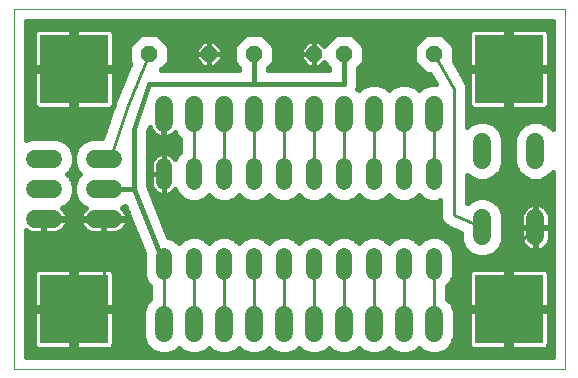
<source format=gtl>
G75*
%MOIN*%
%OFA0B0*%
%FSLAX24Y24*%
%IPPOS*%
%LPD*%
%AMOC8*
5,1,8,0,0,1.08239X$1,22.5*
%
%ADD10C,0.0000*%
%ADD11OC8,0.0520*%
%ADD12R,0.2300X0.2300*%
%ADD13C,0.0600*%
%ADD14C,0.0520*%
%ADD15C,0.0100*%
%ADD16C,0.0160*%
D10*
X000180Y000180D02*
X000180Y012176D01*
X018550Y012176D01*
X018550Y000180D01*
X000180Y000180D01*
D11*
X004680Y010680D03*
X006680Y010680D03*
X008180Y010680D03*
X010180Y010680D03*
X011180Y010680D03*
X014180Y010680D03*
D12*
X016680Y010180D03*
X016680Y002180D03*
X002180Y002180D03*
X002180Y010180D03*
D13*
X005180Y008980D02*
X005180Y008380D01*
X006180Y008380D02*
X006180Y008980D01*
X007180Y008980D02*
X007180Y008380D01*
X008180Y008380D02*
X008180Y008980D01*
X009180Y008980D02*
X009180Y008380D01*
X010180Y008380D02*
X010180Y008980D01*
X011180Y008980D02*
X011180Y008380D01*
X012180Y008380D02*
X012180Y008980D01*
X013180Y008980D02*
X013180Y008380D01*
X014180Y008380D02*
X014180Y008980D01*
X015790Y007760D02*
X015790Y007160D01*
X017570Y007160D02*
X017570Y007760D01*
X017570Y005200D02*
X017570Y004600D01*
X015790Y004600D02*
X015790Y005200D01*
X014180Y001980D02*
X014180Y001380D01*
X013180Y001380D02*
X013180Y001980D01*
X012180Y001980D02*
X012180Y001380D01*
X011180Y001380D02*
X011180Y001980D01*
X010180Y001980D02*
X010180Y001380D01*
X009180Y001380D02*
X009180Y001980D01*
X008180Y001980D02*
X008180Y001380D01*
X007180Y001380D02*
X007180Y001980D01*
X006180Y001980D02*
X006180Y001380D01*
X005180Y001380D02*
X005180Y001980D01*
X003480Y005180D02*
X002880Y005180D01*
X001480Y005180D02*
X000880Y005180D01*
X000880Y006180D02*
X001480Y006180D01*
X001480Y007180D02*
X000880Y007180D01*
X002880Y007180D02*
X003480Y007180D01*
X003480Y006180D02*
X002880Y006180D01*
D14*
X005178Y006420D02*
X005178Y006940D01*
X006178Y006940D02*
X006178Y006420D01*
X007178Y006420D02*
X007178Y006940D01*
X008178Y006940D02*
X008178Y006420D01*
X009178Y006420D02*
X009178Y006940D01*
X010178Y006940D02*
X010178Y006420D01*
X011178Y006420D02*
X011178Y006940D01*
X012178Y006940D02*
X012178Y006420D01*
X013178Y006420D02*
X013178Y006940D01*
X014178Y006940D02*
X014178Y006420D01*
X014178Y003940D02*
X014178Y003420D01*
X013178Y003420D02*
X013178Y003940D01*
X012178Y003940D02*
X012178Y003420D01*
X011178Y003420D02*
X011178Y003940D01*
X010178Y003940D02*
X010178Y003420D01*
X009178Y003420D02*
X009178Y003940D01*
X008178Y003940D02*
X008178Y003420D01*
X007178Y003420D02*
X007178Y003940D01*
X006178Y003940D02*
X006178Y003420D01*
X005178Y003420D02*
X005178Y003940D01*
D15*
X005225Y003700D02*
X005178Y003680D01*
X005175Y003675D01*
X005175Y001700D01*
X005180Y001680D01*
X006175Y001700D02*
X006180Y001680D01*
X006175Y001700D02*
X006175Y003675D01*
X006178Y003680D01*
X007175Y003675D02*
X007178Y003680D01*
X007175Y003675D02*
X007175Y001700D01*
X007180Y001680D01*
X008175Y001700D02*
X008180Y001680D01*
X008175Y001700D02*
X008175Y003675D01*
X008178Y003680D01*
X009175Y003675D02*
X009178Y003680D01*
X009175Y003675D02*
X009175Y001700D01*
X009180Y001680D01*
X010175Y001700D02*
X010180Y001680D01*
X010175Y001700D02*
X010175Y003675D01*
X010178Y003680D01*
X011175Y003675D02*
X011178Y003680D01*
X011175Y003675D02*
X011175Y001700D01*
X011180Y001680D01*
X012175Y001700D02*
X012180Y001680D01*
X012175Y001700D02*
X012175Y003675D01*
X012178Y003680D01*
X013175Y003675D02*
X013178Y003680D01*
X013175Y003675D02*
X013175Y001700D01*
X013180Y001680D01*
X014175Y001700D02*
X014180Y001680D01*
X014175Y001700D02*
X014175Y003675D01*
X014178Y003680D01*
X014850Y005325D02*
X015775Y004900D01*
X015790Y004900D01*
X014850Y005325D02*
X014850Y009525D01*
X014200Y010675D01*
X014180Y010680D01*
X016680Y010180D02*
X016700Y010175D01*
X016700Y004100D01*
X016725Y004075D01*
X017550Y004900D01*
X017570Y004900D01*
X016725Y004075D02*
X016700Y004050D01*
X016700Y002200D01*
X016680Y002180D01*
X014178Y006680D02*
X014175Y006700D01*
X014175Y008675D01*
X014180Y008680D01*
X013180Y008680D02*
X013175Y008675D01*
X013175Y006700D01*
X013178Y006680D01*
X012178Y006680D02*
X012175Y006700D01*
X012175Y008675D01*
X012180Y008680D01*
X011180Y008680D02*
X011175Y008675D01*
X011175Y006700D01*
X011178Y006680D01*
X010178Y006680D02*
X010175Y006700D01*
X010175Y008675D01*
X010180Y008680D01*
X009180Y008680D02*
X009175Y008675D01*
X009175Y006700D01*
X009178Y006680D01*
X008178Y006680D02*
X008175Y006700D01*
X008175Y008675D01*
X008180Y008680D01*
X007180Y008680D02*
X007175Y008675D01*
X007175Y006700D01*
X007178Y006680D01*
X006178Y006680D02*
X006175Y006700D01*
X006175Y008675D01*
X006180Y008680D01*
X005180Y008680D02*
X005175Y008675D01*
X005175Y006700D01*
X005178Y006680D01*
X003475Y007475D02*
X003180Y007180D01*
X003475Y007475D02*
X003975Y008975D01*
X004680Y010680D01*
X003180Y005180D02*
X003175Y005175D01*
X003175Y003175D01*
X002180Y002180D01*
D16*
X002260Y002241D02*
X004530Y002241D01*
X004480Y002119D02*
X004480Y001241D01*
X004587Y000983D01*
X004783Y000787D01*
X005041Y000680D01*
X005319Y000680D01*
X005577Y000787D01*
X005680Y000890D01*
X005783Y000787D01*
X006041Y000680D01*
X006319Y000680D01*
X006577Y000787D01*
X006680Y000890D01*
X006783Y000787D01*
X007041Y000680D01*
X007319Y000680D01*
X007577Y000787D01*
X007680Y000890D01*
X007783Y000787D01*
X008041Y000680D01*
X008319Y000680D01*
X008577Y000787D01*
X008680Y000890D01*
X008783Y000787D01*
X009041Y000680D01*
X009319Y000680D01*
X009577Y000787D01*
X009680Y000890D01*
X009783Y000787D01*
X010041Y000680D01*
X010319Y000680D01*
X010577Y000787D01*
X010680Y000890D01*
X010783Y000787D01*
X011041Y000680D01*
X011319Y000680D01*
X011577Y000787D01*
X011680Y000890D01*
X011783Y000787D01*
X012041Y000680D01*
X012319Y000680D01*
X012577Y000787D01*
X012680Y000890D01*
X012783Y000787D01*
X013041Y000680D01*
X013319Y000680D01*
X013577Y000787D01*
X013680Y000890D01*
X013783Y000787D01*
X014041Y000680D01*
X014319Y000680D01*
X014577Y000787D01*
X014773Y000983D01*
X014880Y001241D01*
X014880Y002119D01*
X014773Y002377D01*
X014625Y002525D01*
X014625Y002934D01*
X014738Y003046D01*
X014838Y003289D01*
X014838Y004071D01*
X014738Y004314D01*
X014552Y004500D01*
X014309Y004600D01*
X014047Y004600D01*
X013804Y004500D01*
X013678Y004373D01*
X013552Y004500D01*
X013309Y004600D01*
X013047Y004600D01*
X012804Y004500D01*
X012678Y004373D01*
X012552Y004500D01*
X012309Y004600D01*
X012047Y004600D01*
X011804Y004500D01*
X011678Y004373D01*
X011552Y004500D01*
X011309Y004600D01*
X011047Y004600D01*
X010804Y004500D01*
X010678Y004373D01*
X010552Y004500D01*
X010309Y004600D01*
X010047Y004600D01*
X009804Y004500D01*
X009678Y004373D01*
X009552Y004500D01*
X009309Y004600D01*
X009047Y004600D01*
X008804Y004500D01*
X008678Y004373D01*
X008552Y004500D01*
X008309Y004600D01*
X008047Y004600D01*
X007804Y004500D01*
X007678Y004373D01*
X007552Y004500D01*
X007309Y004600D01*
X007047Y004600D01*
X006804Y004500D01*
X006678Y004373D01*
X006552Y004500D01*
X006309Y004600D01*
X006047Y004600D01*
X005804Y004500D01*
X005678Y004373D01*
X005552Y004500D01*
X005333Y004590D01*
X004660Y006272D01*
X004660Y008102D01*
X004713Y008263D01*
X004735Y008196D01*
X004769Y008128D01*
X004814Y008067D01*
X004867Y008014D01*
X004928Y007969D01*
X004996Y007935D01*
X005068Y007912D01*
X005142Y007900D01*
X005160Y007900D01*
X005160Y008660D01*
X005200Y008660D01*
X005200Y007900D01*
X005218Y007900D01*
X005292Y007912D01*
X005364Y007935D01*
X005432Y007969D01*
X005493Y008014D01*
X005546Y008067D01*
X005550Y008072D01*
X005587Y007983D01*
X005725Y007845D01*
X005725Y007420D01*
X005619Y007314D01*
X005557Y007165D01*
X005554Y007171D01*
X005514Y007227D01*
X005465Y007276D01*
X005409Y007316D01*
X005347Y007348D01*
X005281Y007369D01*
X005213Y007380D01*
X005178Y007380D01*
X005143Y007380D01*
X005075Y007369D01*
X005009Y007348D01*
X004947Y007316D01*
X004891Y007276D01*
X004842Y007227D01*
X004802Y007171D01*
X004770Y007109D01*
X004749Y007043D01*
X004738Y006975D01*
X004738Y006680D01*
X004738Y006385D01*
X004749Y006317D01*
X004770Y006251D01*
X004802Y006189D01*
X004842Y006133D01*
X004891Y006084D01*
X004947Y006044D01*
X005009Y006012D01*
X005075Y005991D01*
X005143Y005980D01*
X005178Y005980D01*
X005178Y006680D01*
X005178Y006680D01*
X004738Y006680D01*
X005178Y006680D01*
X005178Y006680D01*
X005178Y007380D01*
X005178Y006680D01*
X005178Y006680D01*
X005178Y005980D01*
X005213Y005980D01*
X005281Y005991D01*
X005347Y006012D01*
X005409Y006044D01*
X005465Y006084D01*
X005514Y006133D01*
X005554Y006189D01*
X005557Y006195D01*
X005619Y006046D01*
X005804Y005860D01*
X006047Y005760D01*
X006309Y005760D01*
X006552Y005860D01*
X006678Y005987D01*
X006804Y005860D01*
X007047Y005760D01*
X007309Y005760D01*
X007552Y005860D01*
X007678Y005987D01*
X007804Y005860D01*
X008047Y005760D01*
X008309Y005760D01*
X008552Y005860D01*
X008678Y005987D01*
X008804Y005860D01*
X009047Y005760D01*
X009309Y005760D01*
X009552Y005860D01*
X009678Y005987D01*
X009804Y005860D01*
X010047Y005760D01*
X010309Y005760D01*
X010552Y005860D01*
X010678Y005987D01*
X010804Y005860D01*
X011047Y005760D01*
X011309Y005760D01*
X011552Y005860D01*
X011678Y005987D01*
X011804Y005860D01*
X012047Y005760D01*
X012309Y005760D01*
X012552Y005860D01*
X012678Y005987D01*
X012804Y005860D01*
X013047Y005760D01*
X013309Y005760D01*
X013552Y005860D01*
X013678Y005987D01*
X013804Y005860D01*
X014047Y005760D01*
X014309Y005760D01*
X014400Y005798D01*
X014400Y005334D01*
X014397Y005253D01*
X014400Y005244D01*
X014400Y005235D01*
X014431Y005161D01*
X014459Y005085D01*
X014465Y005078D01*
X014469Y005070D01*
X014526Y005013D01*
X014581Y004953D01*
X014589Y004950D01*
X014595Y004944D01*
X014670Y004913D01*
X015090Y004720D01*
X015090Y004461D01*
X015197Y004203D01*
X015393Y004007D01*
X015651Y003900D01*
X015929Y003900D01*
X016187Y004007D01*
X016383Y004203D01*
X016490Y004461D01*
X016490Y005339D01*
X016383Y005597D01*
X016187Y005793D01*
X015929Y005900D01*
X015651Y005900D01*
X015393Y005793D01*
X015300Y005700D01*
X015300Y006660D01*
X015393Y006567D01*
X015651Y006460D01*
X015929Y006460D01*
X016187Y006567D01*
X016383Y006763D01*
X016490Y007021D01*
X016490Y007899D01*
X016383Y008157D01*
X016187Y008353D01*
X015929Y008460D01*
X015651Y008460D01*
X015393Y008353D01*
X015300Y008260D01*
X015300Y009464D01*
X015308Y009491D01*
X015300Y009552D01*
X015300Y009615D01*
X015289Y009641D01*
X015286Y009669D01*
X015255Y009723D01*
X015231Y009780D01*
X015212Y009800D01*
X014840Y010457D01*
X014840Y010953D01*
X014453Y011340D01*
X013907Y011340D01*
X013520Y010953D01*
X013520Y010407D01*
X013907Y010020D01*
X014053Y010020D01*
X014245Y009680D01*
X014041Y009680D01*
X013783Y009573D01*
X013680Y009470D01*
X013577Y009573D01*
X013319Y009680D01*
X013041Y009680D01*
X012783Y009573D01*
X012680Y009470D01*
X012577Y009573D01*
X012319Y009680D01*
X012041Y009680D01*
X011783Y009573D01*
X011680Y009470D01*
X011632Y009518D01*
X011660Y009585D01*
X011660Y010227D01*
X011840Y010407D01*
X011840Y010953D01*
X011453Y011340D01*
X010907Y011340D01*
X010524Y010958D01*
X010525Y010958D01*
X010524Y010958D02*
X010362Y011120D01*
X010180Y011120D01*
X010180Y010680D01*
X010180Y010680D01*
X010180Y010240D01*
X010362Y010240D01*
X010524Y010402D01*
X010700Y010227D01*
X010700Y010160D01*
X008660Y010160D01*
X008660Y010227D01*
X008840Y010407D01*
X008840Y010953D01*
X008453Y011340D01*
X007907Y011340D01*
X007520Y010953D01*
X007520Y010407D01*
X007700Y010227D01*
X007700Y010160D01*
X005093Y010160D01*
X005340Y010407D01*
X005340Y010953D01*
X004953Y011340D01*
X004407Y011340D01*
X004020Y010953D01*
X004020Y010407D01*
X004062Y010364D01*
X003587Y009215D01*
X003576Y009202D01*
X003553Y009132D01*
X003525Y009064D01*
X003525Y009048D01*
X003506Y008990D01*
X003510Y009006D01*
X003510Y010100D01*
X002260Y010100D01*
X002260Y010260D01*
X002100Y010260D01*
X002100Y011510D01*
X001006Y011510D01*
X000961Y011498D01*
X000919Y011474D01*
X000886Y011441D01*
X000862Y011399D01*
X000850Y011354D01*
X000850Y010260D01*
X002100Y010260D01*
X002100Y010100D01*
X002260Y010100D01*
X002260Y008850D01*
X003354Y008850D01*
X003399Y008862D01*
X003441Y008886D01*
X003474Y008919D01*
X003493Y008953D01*
X003136Y007880D01*
X002741Y007880D01*
X002483Y007773D01*
X002287Y007577D01*
X002180Y007319D01*
X002180Y007041D01*
X002287Y006783D01*
X002390Y006680D01*
X002287Y006577D01*
X002180Y006319D01*
X002180Y006041D01*
X002287Y005783D01*
X002483Y005587D01*
X002572Y005550D01*
X002567Y005546D01*
X002514Y005493D01*
X002469Y005432D01*
X002435Y005364D01*
X002412Y005292D01*
X002400Y005218D01*
X002400Y005200D01*
X003160Y005200D01*
X003160Y005160D01*
X003200Y005160D01*
X003200Y005200D01*
X003960Y005200D01*
X003960Y005218D01*
X003948Y005292D01*
X003925Y005364D01*
X003891Y005432D01*
X003846Y005493D01*
X003793Y005546D01*
X003788Y005550D01*
X003877Y005587D01*
X003894Y005604D01*
X004518Y004042D01*
X004518Y003289D01*
X004619Y003046D01*
X004725Y002940D01*
X004725Y002515D01*
X004587Y002377D01*
X004480Y002119D01*
X004480Y002082D02*
X003510Y002082D01*
X003510Y002100D02*
X002260Y002100D01*
X002260Y002260D01*
X003510Y002260D01*
X003510Y003354D01*
X003498Y003399D01*
X003474Y003441D01*
X003441Y003474D01*
X003399Y003498D01*
X003354Y003510D01*
X002260Y003510D01*
X002260Y002260D01*
X002100Y002260D01*
X002100Y003510D01*
X001006Y003510D01*
X000961Y003498D01*
X000919Y003474D01*
X000886Y003441D01*
X000862Y003399D01*
X000850Y003354D01*
X000850Y002260D01*
X002100Y002260D01*
X002100Y002100D01*
X002260Y002100D01*
X002260Y000850D01*
X003354Y000850D01*
X003399Y000862D01*
X003441Y000886D01*
X003474Y000919D01*
X003498Y000961D01*
X003510Y001006D01*
X003510Y002100D01*
X003510Y001924D02*
X004480Y001924D01*
X004480Y001765D02*
X003510Y001765D01*
X003510Y001607D02*
X004480Y001607D01*
X004480Y001448D02*
X003510Y001448D01*
X003510Y001290D02*
X004480Y001290D01*
X004525Y001131D02*
X003510Y001131D01*
X003501Y000973D02*
X004598Y000973D01*
X004756Y000814D02*
X000580Y000814D01*
X000580Y000656D02*
X018150Y000656D01*
X018150Y000580D02*
X000580Y000580D01*
X000580Y004805D01*
X000628Y004769D01*
X000696Y004735D01*
X000768Y004712D01*
X000842Y004700D01*
X001160Y004700D01*
X001160Y005160D01*
X001200Y005160D01*
X001200Y005200D01*
X001960Y005200D01*
X001960Y005218D01*
X001948Y005292D01*
X001925Y005364D01*
X001891Y005432D01*
X001846Y005493D01*
X001793Y005546D01*
X001788Y005550D01*
X001877Y005587D01*
X002073Y005783D01*
X002180Y006041D01*
X002180Y006319D01*
X002073Y006577D01*
X001970Y006680D01*
X002073Y006783D01*
X002180Y007041D01*
X002180Y007319D01*
X002073Y007577D01*
X001877Y007773D01*
X001619Y007880D01*
X000741Y007880D01*
X000580Y007813D01*
X000580Y011776D01*
X018150Y011776D01*
X018150Y008170D01*
X017967Y008353D01*
X017709Y008460D01*
X017431Y008460D01*
X017173Y008353D01*
X016977Y008157D01*
X016870Y007899D01*
X016870Y007021D01*
X016977Y006763D01*
X017173Y006567D01*
X017431Y006460D01*
X017709Y006460D01*
X017967Y006567D01*
X018150Y006750D01*
X018150Y000580D01*
X018150Y000814D02*
X014604Y000814D01*
X014762Y000973D02*
X015359Y000973D01*
X015362Y000961D02*
X015386Y000919D01*
X015419Y000886D01*
X015461Y000862D01*
X015506Y000850D01*
X016600Y000850D01*
X016600Y002100D01*
X016760Y002100D01*
X016760Y002260D01*
X018010Y002260D01*
X018010Y003354D01*
X017998Y003399D01*
X017974Y003441D01*
X017941Y003474D01*
X017899Y003498D01*
X017854Y003510D01*
X016760Y003510D01*
X016760Y002260D01*
X016600Y002260D01*
X016600Y003510D01*
X015506Y003510D01*
X015461Y003498D01*
X015419Y003474D01*
X015386Y003441D01*
X015362Y003399D01*
X015350Y003354D01*
X015350Y002260D01*
X016600Y002260D01*
X016600Y002100D01*
X015350Y002100D01*
X015350Y001006D01*
X015362Y000961D01*
X015350Y001131D02*
X014835Y001131D01*
X014880Y001290D02*
X015350Y001290D01*
X015350Y001448D02*
X014880Y001448D01*
X014880Y001607D02*
X015350Y001607D01*
X015350Y001765D02*
X014880Y001765D01*
X014880Y001924D02*
X015350Y001924D01*
X015350Y002082D02*
X014880Y002082D01*
X014830Y002241D02*
X016600Y002241D01*
X016600Y002399D02*
X016760Y002399D01*
X016760Y002241D02*
X018150Y002241D01*
X018150Y002399D02*
X018010Y002399D01*
X018010Y002558D02*
X018150Y002558D01*
X018150Y002716D02*
X018010Y002716D01*
X018010Y002875D02*
X018150Y002875D01*
X018150Y003033D02*
X018010Y003033D01*
X018010Y003192D02*
X018150Y003192D01*
X018150Y003350D02*
X018010Y003350D01*
X018150Y003509D02*
X017859Y003509D01*
X018150Y003667D02*
X014838Y003667D01*
X014838Y003509D02*
X015501Y003509D01*
X015350Y003350D02*
X014838Y003350D01*
X014798Y003192D02*
X015350Y003192D01*
X015350Y003033D02*
X014724Y003033D01*
X014625Y002875D02*
X015350Y002875D01*
X015350Y002716D02*
X014625Y002716D01*
X014625Y002558D02*
X015350Y002558D01*
X015350Y002399D02*
X014751Y002399D01*
X016600Y002558D02*
X016760Y002558D01*
X016760Y002716D02*
X016600Y002716D01*
X016600Y002875D02*
X016760Y002875D01*
X016760Y003033D02*
X016600Y003033D01*
X016600Y003192D02*
X016760Y003192D01*
X016760Y003350D02*
X016600Y003350D01*
X016600Y003509D02*
X016760Y003509D01*
X016132Y003984D02*
X018150Y003984D01*
X018150Y004143D02*
X017715Y004143D01*
X017682Y004132D02*
X017754Y004155D01*
X017822Y004189D01*
X017883Y004234D01*
X017936Y004287D01*
X017981Y004348D01*
X018015Y004416D01*
X018038Y004488D01*
X018050Y004562D01*
X018050Y004880D01*
X017590Y004880D01*
X017590Y004920D01*
X018050Y004920D01*
X018050Y005238D01*
X018038Y005312D01*
X018015Y005384D01*
X017981Y005452D01*
X017936Y005513D01*
X017883Y005566D01*
X017822Y005611D01*
X017754Y005645D01*
X017682Y005668D01*
X017608Y005680D01*
X017590Y005680D01*
X017590Y004920D01*
X017550Y004920D01*
X017550Y005680D01*
X017532Y005680D01*
X017458Y005668D01*
X017386Y005645D01*
X017318Y005611D01*
X017257Y005566D01*
X017204Y005513D01*
X017159Y005452D01*
X017125Y005384D01*
X017102Y005312D01*
X017090Y005238D01*
X017090Y004920D01*
X017550Y004920D01*
X017550Y004880D01*
X017590Y004880D01*
X017590Y004120D01*
X017608Y004120D01*
X017682Y004132D01*
X017590Y004143D02*
X017550Y004143D01*
X017550Y004120D02*
X017550Y004880D01*
X017090Y004880D01*
X017090Y004562D01*
X017102Y004488D01*
X017125Y004416D01*
X017159Y004348D01*
X017204Y004287D01*
X017257Y004234D01*
X017318Y004189D01*
X017386Y004155D01*
X017458Y004132D01*
X017532Y004120D01*
X017550Y004120D01*
X017425Y004143D02*
X016322Y004143D01*
X016424Y004301D02*
X017194Y004301D01*
X017111Y004460D02*
X016489Y004460D01*
X016490Y004618D02*
X017090Y004618D01*
X017090Y004777D02*
X016490Y004777D01*
X016490Y004935D02*
X017090Y004935D01*
X017090Y005094D02*
X016490Y005094D01*
X016490Y005252D02*
X017092Y005252D01*
X017139Y005411D02*
X016460Y005411D01*
X016395Y005569D02*
X017261Y005569D01*
X017550Y005569D02*
X017590Y005569D01*
X017879Y005569D02*
X018150Y005569D01*
X018150Y005728D02*
X016252Y005728D01*
X015963Y005886D02*
X018150Y005886D01*
X018150Y006045D02*
X015300Y006045D01*
X015300Y005886D02*
X015617Y005886D01*
X015328Y005728D02*
X015300Y005728D01*
X015300Y006203D02*
X018150Y006203D01*
X018150Y006362D02*
X015300Y006362D01*
X015300Y006520D02*
X015506Y006520D01*
X016074Y006520D02*
X017286Y006520D01*
X017062Y006679D02*
X016298Y006679D01*
X016414Y006837D02*
X016946Y006837D01*
X016880Y006996D02*
X016480Y006996D01*
X016490Y007154D02*
X016870Y007154D01*
X016870Y007313D02*
X016490Y007313D01*
X016490Y007471D02*
X016870Y007471D01*
X016870Y007630D02*
X016490Y007630D01*
X016490Y007788D02*
X016870Y007788D01*
X016890Y007947D02*
X016470Y007947D01*
X016405Y008105D02*
X016955Y008105D01*
X017084Y008264D02*
X016276Y008264D01*
X016021Y008422D02*
X017339Y008422D01*
X017801Y008422D02*
X018150Y008422D01*
X018150Y008581D02*
X015300Y008581D01*
X015300Y008739D02*
X018150Y008739D01*
X018150Y008898D02*
X017952Y008898D01*
X017941Y008886D02*
X017974Y008919D01*
X017998Y008961D01*
X018010Y009006D01*
X018010Y010100D01*
X016760Y010100D01*
X016760Y010260D01*
X018010Y010260D01*
X018010Y011354D01*
X017998Y011399D01*
X017974Y011441D01*
X017941Y011474D01*
X017899Y011498D01*
X017854Y011510D01*
X016760Y011510D01*
X016760Y010260D01*
X016600Y010260D01*
X016600Y011510D01*
X015506Y011510D01*
X015461Y011498D01*
X015419Y011474D01*
X015386Y011441D01*
X015362Y011399D01*
X015350Y011354D01*
X015350Y010260D01*
X016600Y010260D01*
X016600Y010100D01*
X016760Y010100D01*
X016760Y008850D01*
X017854Y008850D01*
X017899Y008862D01*
X017941Y008886D01*
X018010Y009056D02*
X018150Y009056D01*
X018150Y009215D02*
X018010Y009215D01*
X018010Y009373D02*
X018150Y009373D01*
X018150Y009532D02*
X018010Y009532D01*
X018010Y009690D02*
X018150Y009690D01*
X018150Y009849D02*
X018010Y009849D01*
X018010Y010007D02*
X018150Y010007D01*
X018150Y010166D02*
X016760Y010166D01*
X016760Y010324D02*
X016600Y010324D01*
X016600Y010166D02*
X015005Y010166D01*
X014915Y010324D02*
X015350Y010324D01*
X015350Y010483D02*
X014840Y010483D01*
X014840Y010641D02*
X015350Y010641D01*
X015350Y010800D02*
X014840Y010800D01*
X014835Y010958D02*
X015350Y010958D01*
X015350Y011117D02*
X014677Y011117D01*
X014518Y011275D02*
X015350Y011275D01*
X015382Y011434D02*
X003478Y011434D01*
X003474Y011441D02*
X003441Y011474D01*
X003399Y011498D01*
X003354Y011510D01*
X002260Y011510D01*
X002260Y010260D01*
X003510Y010260D01*
X003510Y011354D01*
X003498Y011399D01*
X003474Y011441D01*
X003510Y011275D02*
X004342Y011275D01*
X004183Y011117D02*
X003510Y011117D01*
X003510Y010958D02*
X004025Y010958D01*
X004020Y010800D02*
X003510Y010800D01*
X003510Y010641D02*
X004020Y010641D01*
X004020Y010483D02*
X003510Y010483D01*
X003510Y010324D02*
X004046Y010324D01*
X003980Y010166D02*
X002260Y010166D01*
X002260Y010324D02*
X002100Y010324D01*
X002100Y010166D02*
X000580Y010166D01*
X000580Y010324D02*
X000850Y010324D01*
X000850Y010483D02*
X000580Y010483D01*
X000580Y010641D02*
X000850Y010641D01*
X000850Y010800D02*
X000580Y010800D01*
X000580Y010958D02*
X000850Y010958D01*
X000850Y011117D02*
X000580Y011117D01*
X000580Y011275D02*
X000850Y011275D01*
X000882Y011434D02*
X000580Y011434D01*
X000580Y011592D02*
X018150Y011592D01*
X018150Y011434D02*
X017978Y011434D01*
X018010Y011275D02*
X018150Y011275D01*
X018150Y011117D02*
X018010Y011117D01*
X018010Y010958D02*
X018150Y010958D01*
X018150Y010800D02*
X018010Y010800D01*
X018010Y010641D02*
X018150Y010641D01*
X018150Y010483D02*
X018010Y010483D01*
X018010Y010324D02*
X018150Y010324D01*
X016760Y010483D02*
X016600Y010483D01*
X016600Y010641D02*
X016760Y010641D01*
X016760Y010800D02*
X016600Y010800D01*
X016600Y010958D02*
X016760Y010958D01*
X016760Y011117D02*
X016600Y011117D01*
X016600Y011275D02*
X016760Y011275D01*
X016760Y011434D02*
X016600Y011434D01*
X018150Y011751D02*
X000580Y011751D01*
X002100Y011434D02*
X002260Y011434D01*
X002260Y011275D02*
X002100Y011275D01*
X002100Y011117D02*
X002260Y011117D01*
X002260Y010958D02*
X002100Y010958D01*
X002100Y010800D02*
X002260Y010800D01*
X002260Y010641D02*
X002100Y010641D01*
X002100Y010483D02*
X002260Y010483D01*
X002100Y010100D02*
X000850Y010100D01*
X000850Y009006D01*
X000862Y008961D01*
X000886Y008919D01*
X000919Y008886D01*
X000961Y008862D01*
X001006Y008850D01*
X002100Y008850D01*
X002100Y010100D01*
X002100Y010007D02*
X002260Y010007D01*
X002260Y009849D02*
X002100Y009849D01*
X002100Y009690D02*
X002260Y009690D01*
X002260Y009532D02*
X002100Y009532D01*
X002100Y009373D02*
X002260Y009373D01*
X002260Y009215D02*
X002100Y009215D01*
X002100Y009056D02*
X002260Y009056D01*
X002260Y008898D02*
X002100Y008898D01*
X003316Y008422D02*
X000580Y008422D01*
X000580Y008581D02*
X003369Y008581D01*
X003422Y008739D02*
X000580Y008739D01*
X000580Y008898D02*
X000908Y008898D01*
X000850Y009056D02*
X000580Y009056D01*
X000580Y009215D02*
X000850Y009215D01*
X000850Y009373D02*
X000580Y009373D01*
X000580Y009532D02*
X000850Y009532D01*
X000850Y009690D02*
X000580Y009690D01*
X000580Y009849D02*
X000850Y009849D01*
X000850Y010007D02*
X000580Y010007D01*
X000580Y008264D02*
X003263Y008264D01*
X003211Y008105D02*
X000580Y008105D01*
X000580Y007947D02*
X003158Y007947D01*
X002519Y007788D02*
X001841Y007788D01*
X002020Y007630D02*
X002340Y007630D01*
X002243Y007471D02*
X002117Y007471D01*
X002180Y007313D02*
X002180Y007313D01*
X002180Y007154D02*
X002180Y007154D01*
X002161Y006996D02*
X002199Y006996D01*
X002264Y006837D02*
X002096Y006837D01*
X001971Y006679D02*
X002389Y006679D01*
X002263Y006520D02*
X002097Y006520D01*
X002162Y006362D02*
X002198Y006362D01*
X002180Y006203D02*
X002180Y006203D01*
X002180Y006045D02*
X002180Y006045D01*
X002116Y005886D02*
X002244Y005886D01*
X002343Y005728D02*
X002017Y005728D01*
X001834Y005569D02*
X002526Y005569D01*
X002459Y005411D02*
X001901Y005411D01*
X001955Y005252D02*
X002405Y005252D01*
X002400Y005160D02*
X002400Y005142D01*
X002412Y005068D01*
X002435Y004996D01*
X002469Y004928D01*
X002514Y004867D01*
X002567Y004814D01*
X002628Y004769D01*
X002696Y004735D01*
X002768Y004712D01*
X002842Y004700D01*
X003160Y004700D01*
X003160Y005160D01*
X002400Y005160D01*
X002408Y005094D02*
X001952Y005094D01*
X001948Y005068D02*
X001960Y005142D01*
X001960Y005160D01*
X001200Y005160D01*
X001200Y004700D01*
X001518Y004700D01*
X001592Y004712D01*
X001664Y004735D01*
X001732Y004769D01*
X001793Y004814D01*
X001846Y004867D01*
X001891Y004928D01*
X001925Y004996D01*
X001948Y005068D01*
X001894Y004935D02*
X002466Y004935D01*
X002619Y004777D02*
X001741Y004777D01*
X001200Y004777D02*
X001160Y004777D01*
X001160Y004935D02*
X001200Y004935D01*
X001200Y005094D02*
X001160Y005094D01*
X000619Y004777D02*
X000580Y004777D01*
X000580Y004618D02*
X004288Y004618D01*
X004351Y004460D02*
X000580Y004460D01*
X000580Y004301D02*
X004415Y004301D01*
X004478Y004143D02*
X000580Y004143D01*
X000580Y003984D02*
X004518Y003984D01*
X004518Y003826D02*
X000580Y003826D01*
X000580Y003667D02*
X004518Y003667D01*
X004518Y003509D02*
X003359Y003509D01*
X003510Y003350D02*
X004518Y003350D01*
X004558Y003192D02*
X003510Y003192D01*
X003510Y003033D02*
X004632Y003033D01*
X004725Y002875D02*
X003510Y002875D01*
X003510Y002716D02*
X004725Y002716D01*
X004725Y002558D02*
X003510Y002558D01*
X003510Y002399D02*
X004609Y002399D01*
X005180Y003680D02*
X004180Y006180D01*
X004180Y008180D01*
X004680Y009680D01*
X008180Y009680D01*
X011180Y009680D01*
X011180Y010680D01*
X011840Y010641D02*
X013520Y010641D01*
X013520Y010800D02*
X011840Y010800D01*
X011835Y010958D02*
X013525Y010958D01*
X013683Y011117D02*
X011677Y011117D01*
X011518Y011275D02*
X013842Y011275D01*
X013520Y010483D02*
X011840Y010483D01*
X011757Y010324D02*
X013603Y010324D01*
X013761Y010166D02*
X011660Y010166D01*
X011660Y010007D02*
X014061Y010007D01*
X014150Y009849D02*
X011660Y009849D01*
X011660Y009690D02*
X014240Y009690D01*
X013742Y009532D02*
X013618Y009532D01*
X012742Y009532D02*
X012618Y009532D01*
X011742Y009532D02*
X011638Y009532D01*
X010700Y010166D02*
X008660Y010166D01*
X008757Y010324D02*
X009914Y010324D01*
X009998Y010240D02*
X009740Y010498D01*
X009740Y010680D01*
X010180Y010680D01*
X010180Y010680D01*
X010180Y010680D01*
X010180Y011120D01*
X009998Y011120D01*
X009740Y010862D01*
X009740Y010680D01*
X010180Y010680D01*
X010180Y010240D01*
X009998Y010240D01*
X010180Y010324D02*
X010180Y010324D01*
X010180Y010483D02*
X010180Y010483D01*
X010180Y010641D02*
X010180Y010641D01*
X010180Y010800D02*
X010180Y010800D01*
X010180Y010958D02*
X010180Y010958D01*
X010180Y011117D02*
X010180Y011117D01*
X010366Y011117D02*
X010683Y011117D01*
X010842Y011275D02*
X008518Y011275D01*
X008677Y011117D02*
X009994Y011117D01*
X009836Y010958D02*
X008835Y010958D01*
X008840Y010800D02*
X009740Y010800D01*
X009740Y010641D02*
X008840Y010641D01*
X008840Y010483D02*
X009755Y010483D01*
X010446Y010324D02*
X010603Y010324D01*
X008180Y010680D02*
X008180Y009680D01*
X007700Y010166D02*
X005099Y010166D01*
X005257Y010324D02*
X006414Y010324D01*
X006498Y010240D02*
X006240Y010498D01*
X006240Y010680D01*
X006680Y010680D01*
X007120Y010680D01*
X007120Y010862D01*
X006862Y011120D01*
X006680Y011120D01*
X006680Y010680D01*
X006680Y010680D01*
X006680Y010680D01*
X007120Y010680D01*
X007120Y010498D01*
X006862Y010240D01*
X006680Y010240D01*
X006680Y010680D01*
X006680Y010680D01*
X006680Y010680D01*
X006680Y011120D01*
X006498Y011120D01*
X006240Y010862D01*
X006240Y010680D01*
X006680Y010680D01*
X006680Y010240D01*
X006498Y010240D01*
X006680Y010324D02*
X006680Y010324D01*
X006680Y010483D02*
X006680Y010483D01*
X006946Y010324D02*
X007603Y010324D01*
X007520Y010483D02*
X007105Y010483D01*
X007120Y010641D02*
X007520Y010641D01*
X007520Y010800D02*
X007120Y010800D01*
X007024Y010958D02*
X007525Y010958D01*
X007683Y011117D02*
X006866Y011117D01*
X006680Y011117D02*
X006680Y011117D01*
X006680Y010958D02*
X006680Y010958D01*
X006680Y010800D02*
X006680Y010800D01*
X006680Y010641D02*
X006680Y010641D01*
X006240Y010641D02*
X005340Y010641D01*
X005340Y010800D02*
X006240Y010800D01*
X006336Y010958D02*
X005335Y010958D01*
X005177Y011117D02*
X006494Y011117D01*
X006255Y010483D02*
X005340Y010483D01*
X005018Y011275D02*
X007842Y011275D01*
X003915Y010007D02*
X003510Y010007D01*
X003510Y009849D02*
X003849Y009849D01*
X003784Y009690D02*
X003510Y009690D01*
X003510Y009532D02*
X003718Y009532D01*
X003653Y009373D02*
X003510Y009373D01*
X003510Y009215D02*
X003587Y009215D01*
X003525Y009056D02*
X003510Y009056D01*
X003475Y008898D02*
X003452Y008898D01*
X004661Y008105D02*
X004786Y008105D01*
X004660Y007947D02*
X004973Y007947D01*
X005160Y007947D02*
X005200Y007947D01*
X005200Y008105D02*
X005160Y008105D01*
X005160Y008264D02*
X005200Y008264D01*
X005200Y008422D02*
X005160Y008422D01*
X005160Y008581D02*
X005200Y008581D01*
X005387Y007947D02*
X005624Y007947D01*
X005725Y007788D02*
X004660Y007788D01*
X004660Y007630D02*
X005725Y007630D01*
X005725Y007471D02*
X004660Y007471D01*
X004660Y007313D02*
X004942Y007313D01*
X005178Y007313D02*
X005178Y007313D01*
X005414Y007313D02*
X005618Y007313D01*
X005178Y007154D02*
X005178Y007154D01*
X005178Y006996D02*
X005178Y006996D01*
X005178Y006837D02*
X005178Y006837D01*
X005178Y006679D02*
X005178Y006679D01*
X005178Y006520D02*
X005178Y006520D01*
X005178Y006362D02*
X005178Y006362D01*
X005178Y006203D02*
X005178Y006203D01*
X005178Y006045D02*
X005178Y006045D01*
X004946Y006045D02*
X004751Y006045D01*
X004815Y005886D02*
X005779Y005886D01*
X005620Y006045D02*
X005410Y006045D01*
X004878Y005728D02*
X014400Y005728D01*
X014400Y005569D02*
X004941Y005569D01*
X005005Y005411D02*
X014400Y005411D01*
X014397Y005252D02*
X005068Y005252D01*
X005132Y005094D02*
X014456Y005094D01*
X014616Y004935D02*
X005195Y004935D01*
X005258Y004777D02*
X014966Y004777D01*
X015090Y004618D02*
X005322Y004618D01*
X005592Y004460D02*
X005764Y004460D01*
X006592Y004460D02*
X006764Y004460D01*
X007592Y004460D02*
X007764Y004460D01*
X008592Y004460D02*
X008764Y004460D01*
X009592Y004460D02*
X009764Y004460D01*
X010592Y004460D02*
X010764Y004460D01*
X011592Y004460D02*
X011764Y004460D01*
X012592Y004460D02*
X012764Y004460D01*
X013592Y004460D02*
X013764Y004460D01*
X014592Y004460D02*
X015091Y004460D01*
X015156Y004301D02*
X014743Y004301D01*
X014809Y004143D02*
X015258Y004143D01*
X015448Y003984D02*
X014838Y003984D01*
X014838Y003826D02*
X018150Y003826D01*
X018150Y004301D02*
X017946Y004301D01*
X018029Y004460D02*
X018150Y004460D01*
X018150Y004618D02*
X018050Y004618D01*
X018050Y004777D02*
X018150Y004777D01*
X018150Y004935D02*
X018050Y004935D01*
X018050Y005094D02*
X018150Y005094D01*
X018150Y005252D02*
X018048Y005252D01*
X018001Y005411D02*
X018150Y005411D01*
X017590Y005411D02*
X017550Y005411D01*
X017550Y005252D02*
X017590Y005252D01*
X017590Y005094D02*
X017550Y005094D01*
X017550Y004935D02*
X017590Y004935D01*
X017590Y004777D02*
X017550Y004777D01*
X017550Y004618D02*
X017590Y004618D01*
X017590Y004460D02*
X017550Y004460D01*
X017550Y004301D02*
X017590Y004301D01*
X017854Y006520D02*
X018150Y006520D01*
X018150Y006679D02*
X018078Y006679D01*
X018056Y008264D02*
X018150Y008264D01*
X016760Y008898D02*
X016600Y008898D01*
X016600Y008850D02*
X016600Y010100D01*
X015350Y010100D01*
X015350Y009006D01*
X015362Y008961D01*
X015386Y008919D01*
X015419Y008886D01*
X015461Y008862D01*
X015506Y008850D01*
X016600Y008850D01*
X016600Y009056D02*
X016760Y009056D01*
X016760Y009215D02*
X016600Y009215D01*
X016600Y009373D02*
X016760Y009373D01*
X016760Y009532D02*
X016600Y009532D01*
X016600Y009690D02*
X016760Y009690D01*
X016760Y009849D02*
X016600Y009849D01*
X016600Y010007D02*
X016760Y010007D01*
X015350Y010007D02*
X015094Y010007D01*
X015184Y009849D02*
X015350Y009849D01*
X015350Y009690D02*
X015274Y009690D01*
X015303Y009532D02*
X015350Y009532D01*
X015350Y009373D02*
X015300Y009373D01*
X015300Y009215D02*
X015350Y009215D01*
X015350Y009056D02*
X015300Y009056D01*
X015300Y008898D02*
X015408Y008898D01*
X015300Y008422D02*
X015559Y008422D01*
X015304Y008264D02*
X015300Y008264D01*
X013779Y005886D02*
X013577Y005886D01*
X012779Y005886D02*
X012577Y005886D01*
X011779Y005886D02*
X011577Y005886D01*
X010779Y005886D02*
X010577Y005886D01*
X009779Y005886D02*
X009577Y005886D01*
X008779Y005886D02*
X008577Y005886D01*
X007779Y005886D02*
X007577Y005886D01*
X006779Y005886D02*
X006577Y005886D01*
X004795Y006203D02*
X004688Y006203D01*
X004660Y006362D02*
X004742Y006362D01*
X004738Y006520D02*
X004660Y006520D01*
X004660Y006679D02*
X004738Y006679D01*
X004738Y006837D02*
X004660Y006837D01*
X004660Y006996D02*
X004741Y006996D01*
X004793Y007154D02*
X004660Y007154D01*
X004180Y006180D02*
X003180Y006180D01*
X003834Y005569D02*
X003907Y005569D01*
X003901Y005411D02*
X003971Y005411D01*
X003955Y005252D02*
X004034Y005252D01*
X003960Y005160D02*
X003200Y005160D01*
X003200Y004700D01*
X003518Y004700D01*
X003592Y004712D01*
X003664Y004735D01*
X003732Y004769D01*
X003793Y004814D01*
X003846Y004867D01*
X003891Y004928D01*
X003925Y004996D01*
X003948Y005068D01*
X003960Y005142D01*
X003960Y005160D01*
X003952Y005094D02*
X004098Y005094D01*
X004161Y004935D02*
X003894Y004935D01*
X003741Y004777D02*
X004224Y004777D01*
X003200Y004777D02*
X003160Y004777D01*
X003160Y004935D02*
X003200Y004935D01*
X003200Y005094D02*
X003160Y005094D01*
X002260Y003509D02*
X002100Y003509D01*
X002100Y003350D02*
X002260Y003350D01*
X002260Y003192D02*
X002100Y003192D01*
X002100Y003033D02*
X002260Y003033D01*
X002260Y002875D02*
X002100Y002875D01*
X002100Y002716D02*
X002260Y002716D01*
X002260Y002558D02*
X002100Y002558D01*
X002100Y002399D02*
X002260Y002399D01*
X002100Y002241D02*
X000580Y002241D01*
X000580Y002399D02*
X000850Y002399D01*
X000850Y002558D02*
X000580Y002558D01*
X000580Y002716D02*
X000850Y002716D01*
X000850Y002875D02*
X000580Y002875D01*
X000580Y003033D02*
X000850Y003033D01*
X000850Y003192D02*
X000580Y003192D01*
X000580Y003350D02*
X000850Y003350D01*
X001001Y003509D02*
X000580Y003509D01*
X000580Y002082D02*
X000850Y002082D01*
X000850Y002100D02*
X000850Y001006D01*
X000862Y000961D01*
X000886Y000919D01*
X000919Y000886D01*
X000961Y000862D01*
X001006Y000850D01*
X002100Y000850D01*
X002100Y002100D01*
X000850Y002100D01*
X000850Y001924D02*
X000580Y001924D01*
X000580Y001765D02*
X000850Y001765D01*
X000850Y001607D02*
X000580Y001607D01*
X000580Y001448D02*
X000850Y001448D01*
X000850Y001290D02*
X000580Y001290D01*
X000580Y001131D02*
X000850Y001131D01*
X000859Y000973D02*
X000580Y000973D01*
X002100Y000973D02*
X002260Y000973D01*
X002260Y001131D02*
X002100Y001131D01*
X002100Y001290D02*
X002260Y001290D01*
X002260Y001448D02*
X002100Y001448D01*
X002100Y001607D02*
X002260Y001607D01*
X002260Y001765D02*
X002100Y001765D01*
X002100Y001924D02*
X002260Y001924D01*
X002260Y002082D02*
X002100Y002082D01*
X005604Y000814D02*
X005756Y000814D01*
X006604Y000814D02*
X006756Y000814D01*
X007604Y000814D02*
X007756Y000814D01*
X008604Y000814D02*
X008756Y000814D01*
X009604Y000814D02*
X009756Y000814D01*
X010604Y000814D02*
X010756Y000814D01*
X011604Y000814D02*
X011756Y000814D01*
X012604Y000814D02*
X012756Y000814D01*
X013604Y000814D02*
X013756Y000814D01*
X016600Y000973D02*
X016760Y000973D01*
X016760Y000850D02*
X017854Y000850D01*
X017899Y000862D01*
X017941Y000886D01*
X017974Y000919D01*
X017998Y000961D01*
X018010Y001006D01*
X018010Y002100D01*
X016760Y002100D01*
X016760Y000850D01*
X016760Y001131D02*
X016600Y001131D01*
X016600Y001290D02*
X016760Y001290D01*
X016760Y001448D02*
X016600Y001448D01*
X016600Y001607D02*
X016760Y001607D01*
X016760Y001765D02*
X016600Y001765D01*
X016600Y001924D02*
X016760Y001924D01*
X016760Y002082D02*
X016600Y002082D01*
X018010Y002082D02*
X018150Y002082D01*
X018150Y001924D02*
X018010Y001924D01*
X018010Y001765D02*
X018150Y001765D01*
X018150Y001607D02*
X018010Y001607D01*
X018010Y001448D02*
X018150Y001448D01*
X018150Y001290D02*
X018010Y001290D01*
X018010Y001131D02*
X018150Y001131D01*
X018150Y000973D02*
X018001Y000973D01*
M02*

</source>
